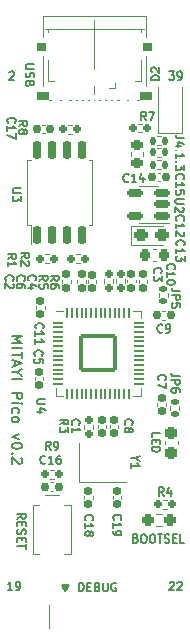
<source format=gbr>
G04 #@! TF.GenerationSoftware,KiCad,Pcbnew,(5.99.0-11673-ga90656900a)*
G04 #@! TF.CreationDate,2021-08-26T12:12:16+05:30*
G04 #@! TF.ProjectId,Mitayi-Pico-RP2040,4d697461-7969-42d5-9069-636f2d525032,0.1*
G04 #@! TF.SameCoordinates,Original*
G04 #@! TF.FileFunction,Legend,Top*
G04 #@! TF.FilePolarity,Positive*
%FSLAX46Y46*%
G04 Gerber Fmt 4.6, Leading zero omitted, Abs format (unit mm)*
G04 Created by KiCad (PCBNEW (5.99.0-11673-ga90656900a)) date 2021-08-26 12:12:16*
%MOMM*%
%LPD*%
G01*
G04 APERTURE LIST*
G04 Aperture macros list*
%AMRoundRect*
0 Rectangle with rounded corners*
0 $1 Rounding radius*
0 $2 $3 $4 $5 $6 $7 $8 $9 X,Y pos of 4 corners*
0 Add a 4 corners polygon primitive as box body*
4,1,4,$2,$3,$4,$5,$6,$7,$8,$9,$2,$3,0*
0 Add four circle primitives for the rounded corners*
1,1,$1+$1,$2,$3*
1,1,$1+$1,$4,$5*
1,1,$1+$1,$6,$7*
1,1,$1+$1,$8,$9*
0 Add four rect primitives between the rounded corners*
20,1,$1+$1,$2,$3,$4,$5,0*
20,1,$1+$1,$4,$5,$6,$7,0*
20,1,$1+$1,$6,$7,$8,$9,0*
20,1,$1+$1,$8,$9,$2,$3,0*%
G04 Aperture macros list end*
%ADD10C,0.150000*%
%ADD11C,0.200000*%
%ADD12C,0.120000*%
%ADD13C,0.100000*%
%ADD14C,0.020000*%
%ADD15RoundRect,0.135000X-0.185000X0.135000X-0.185000X-0.135000X0.185000X-0.135000X0.185000X0.135000X0*%
%ADD16RoundRect,0.237500X0.237500X-0.300000X0.237500X0.300000X-0.237500X0.300000X-0.237500X-0.300000X0*%
%ADD17RoundRect,0.155000X-0.155000X0.212500X-0.155000X-0.212500X0.155000X-0.212500X0.155000X0.212500X0*%
%ADD18RoundRect,0.155000X0.155000X-0.212500X0.155000X0.212500X-0.155000X0.212500X-0.155000X-0.212500X0*%
%ADD19RoundRect,0.237500X-0.250000X-0.237500X0.250000X-0.237500X0.250000X0.237500X-0.250000X0.237500X0*%
%ADD20RoundRect,0.135000X0.135000X0.185000X-0.135000X0.185000X-0.135000X-0.185000X0.135000X-0.185000X0*%
%ADD21RoundRect,0.225000X0.250000X-0.225000X0.250000X0.225000X-0.250000X0.225000X-0.250000X-0.225000X0*%
%ADD22RoundRect,0.155000X0.212500X0.155000X-0.212500X0.155000X-0.212500X-0.155000X0.212500X-0.155000X0*%
%ADD23RoundRect,0.160000X-0.197500X-0.160000X0.197500X-0.160000X0.197500X0.160000X-0.197500X0.160000X0*%
%ADD24RoundRect,0.160000X0.197500X0.160000X-0.197500X0.160000X-0.197500X-0.160000X0.197500X-0.160000X0*%
%ADD25C,1.500000*%
%ADD26RoundRect,0.160000X-0.160000X0.197500X-0.160000X-0.197500X0.160000X-0.197500X0.160000X0.197500X0*%
%ADD27RoundRect,0.155000X-0.212500X-0.155000X0.212500X-0.155000X0.212500X0.155000X-0.212500X0.155000X0*%
%ADD28R,1.400000X1.200000*%
%ADD29RoundRect,0.050000X-0.387500X-0.050000X0.387500X-0.050000X0.387500X0.050000X-0.387500X0.050000X0*%
%ADD30RoundRect,0.050000X-0.050000X-0.387500X0.050000X-0.387500X0.050000X0.387500X-0.050000X0.387500X0*%
%ADD31RoundRect,0.144000X-1.456000X-1.456000X1.456000X-1.456000X1.456000X1.456000X-1.456000X1.456000X0*%
%ADD32RoundRect,0.150000X0.150000X-0.650000X0.150000X0.650000X-0.150000X0.650000X-0.150000X-0.650000X0*%
%ADD33RoundRect,0.135000X-0.135000X-0.185000X0.135000X-0.185000X0.135000X0.185000X-0.135000X0.185000X0*%
%ADD34O,1.600000X1.700000*%
%ADD35R,1.600000X3.200000*%
%ADD36RoundRect,0.225000X-0.225000X-0.250000X0.225000X-0.250000X0.225000X0.250000X-0.225000X0.250000X0*%
%ADD37C,0.670000*%
%ADD38R,0.300000X1.450000*%
%ADD39RoundRect,0.500000X0.000000X0.300000X0.000000X0.300000X0.000000X-0.300000X0.000000X-0.300000X0*%
%ADD40R,1.100000X1.100000*%
%ADD41R,0.400000X1.350000*%
%ADD42R,1.500000X1.900000*%
%ADD43O,1.200000X1.900000*%
%ADD44C,1.450000*%
%ADD45R,1.200000X1.900000*%
%ADD46R,1.700000X1.150000*%
%ADD47R,3.200000X1.600000*%
%ADD48O,1.700000X1.600000*%
%ADD49RoundRect,0.250000X-0.312500X-0.275000X0.312500X-0.275000X0.312500X0.275000X-0.312500X0.275000X0*%
%ADD50RoundRect,0.150000X0.512500X0.150000X-0.512500X0.150000X-0.512500X-0.150000X0.512500X-0.150000X0*%
G04 APERTURE END LIST*
D10*
X153016666Y-108050000D02*
X153116666Y-108083333D01*
X153150000Y-108116666D01*
X153183333Y-108183333D01*
X153183333Y-108283333D01*
X153150000Y-108350000D01*
X153116666Y-108383333D01*
X153050000Y-108416666D01*
X152783333Y-108416666D01*
X152783333Y-107716666D01*
X153016666Y-107716666D01*
X153083333Y-107750000D01*
X153116666Y-107783333D01*
X153150000Y-107850000D01*
X153150000Y-107916666D01*
X153116666Y-107983333D01*
X153083333Y-108016666D01*
X153016666Y-108050000D01*
X152783333Y-108050000D01*
X153616666Y-107716666D02*
X153750000Y-107716666D01*
X153816666Y-107750000D01*
X153883333Y-107816666D01*
X153916666Y-107950000D01*
X153916666Y-108183333D01*
X153883333Y-108316666D01*
X153816666Y-108383333D01*
X153750000Y-108416666D01*
X153616666Y-108416666D01*
X153550000Y-108383333D01*
X153483333Y-108316666D01*
X153450000Y-108183333D01*
X153450000Y-107950000D01*
X153483333Y-107816666D01*
X153550000Y-107750000D01*
X153616666Y-107716666D01*
X154350000Y-107716666D02*
X154483333Y-107716666D01*
X154550000Y-107750000D01*
X154616666Y-107816666D01*
X154650000Y-107950000D01*
X154650000Y-108183333D01*
X154616666Y-108316666D01*
X154550000Y-108383333D01*
X154483333Y-108416666D01*
X154350000Y-108416666D01*
X154283333Y-108383333D01*
X154216666Y-108316666D01*
X154183333Y-108183333D01*
X154183333Y-107950000D01*
X154216666Y-107816666D01*
X154283333Y-107750000D01*
X154350000Y-107716666D01*
X154850000Y-107716666D02*
X155250000Y-107716666D01*
X155050000Y-108416666D02*
X155050000Y-107716666D01*
X155450000Y-108383333D02*
X155550000Y-108416666D01*
X155716666Y-108416666D01*
X155783333Y-108383333D01*
X155816666Y-108350000D01*
X155850000Y-108283333D01*
X155850000Y-108216666D01*
X155816666Y-108150000D01*
X155783333Y-108116666D01*
X155716666Y-108083333D01*
X155583333Y-108050000D01*
X155516666Y-108016666D01*
X155483333Y-107983333D01*
X155450000Y-107916666D01*
X155450000Y-107850000D01*
X155483333Y-107783333D01*
X155516666Y-107750000D01*
X155583333Y-107716666D01*
X155750000Y-107716666D01*
X155850000Y-107750000D01*
X156150000Y-108050000D02*
X156383333Y-108050000D01*
X156483333Y-108416666D02*
X156150000Y-108416666D01*
X156150000Y-107716666D01*
X156483333Y-107716666D01*
X157116666Y-108416666D02*
X156783333Y-108416666D01*
X156783333Y-107716666D01*
X157083333Y-74166666D02*
X156583333Y-74166666D01*
X156483333Y-74133333D01*
X156416666Y-74066666D01*
X156383333Y-73966666D01*
X156383333Y-73900000D01*
X156850000Y-74800000D02*
X156383333Y-74800000D01*
X157116666Y-74633333D02*
X156616666Y-74466666D01*
X156616666Y-74900000D01*
X156450000Y-75166666D02*
X156416666Y-75200000D01*
X156383333Y-75166666D01*
X156416666Y-75133333D01*
X156450000Y-75166666D01*
X156383333Y-75166666D01*
X156383333Y-75866666D02*
X156383333Y-75466666D01*
X156383333Y-75666666D02*
X157083333Y-75666666D01*
X156983333Y-75600000D01*
X156916666Y-75533333D01*
X156883333Y-75466666D01*
X156450000Y-76166666D02*
X156416666Y-76200000D01*
X156383333Y-76166666D01*
X156416666Y-76133333D01*
X156450000Y-76166666D01*
X156383333Y-76166666D01*
X157083333Y-76433333D02*
X157083333Y-76866666D01*
X156816666Y-76633333D01*
X156816666Y-76733333D01*
X156783333Y-76800000D01*
X156750000Y-76833333D01*
X156683333Y-76866666D01*
X156516666Y-76866666D01*
X156450000Y-76833333D01*
X156416666Y-76800000D01*
X156383333Y-76733333D01*
X156383333Y-76533333D01*
X156416666Y-76466666D01*
X156450000Y-76433333D01*
X155833333Y-68516666D02*
X156266666Y-68516666D01*
X156033333Y-68783333D01*
X156133333Y-68783333D01*
X156200000Y-68816666D01*
X156233333Y-68850000D01*
X156266666Y-68916666D01*
X156266666Y-69083333D01*
X156233333Y-69150000D01*
X156200000Y-69183333D01*
X156133333Y-69216666D01*
X155933333Y-69216666D01*
X155866666Y-69183333D01*
X155833333Y-69150000D01*
X156600000Y-69216666D02*
X156733333Y-69216666D01*
X156800000Y-69183333D01*
X156833333Y-69150000D01*
X156900000Y-69050000D01*
X156933333Y-68916666D01*
X156933333Y-68650000D01*
X156900000Y-68583333D01*
X156866666Y-68550000D01*
X156800000Y-68516666D01*
X156666666Y-68516666D01*
X156600000Y-68550000D01*
X156566666Y-68583333D01*
X156533333Y-68650000D01*
X156533333Y-68816666D01*
X156566666Y-68883333D01*
X156600000Y-68916666D01*
X156666666Y-68950000D01*
X156800000Y-68950000D01*
X156866666Y-68916666D01*
X156900000Y-68883333D01*
X156933333Y-68816666D01*
D11*
X142492857Y-90900000D02*
X143392857Y-90900000D01*
X142750000Y-91200000D01*
X143392857Y-91500000D01*
X142492857Y-91500000D01*
X142492857Y-91928571D02*
X143392857Y-91928571D01*
X143392857Y-92228571D02*
X143392857Y-92742857D01*
X142492857Y-92485714D02*
X143392857Y-92485714D01*
X142750000Y-93000000D02*
X142750000Y-93428571D01*
X142492857Y-92914285D02*
X143392857Y-93214285D01*
X142492857Y-93514285D01*
X142921428Y-93985714D02*
X142492857Y-93985714D01*
X143392857Y-93685714D02*
X142921428Y-93985714D01*
X143392857Y-94285714D01*
X142492857Y-94585714D02*
X143392857Y-94585714D01*
X142492857Y-95700000D02*
X143392857Y-95700000D01*
X143392857Y-96042857D01*
X143350000Y-96128571D01*
X143307142Y-96171428D01*
X143221428Y-96214285D01*
X143092857Y-96214285D01*
X143007142Y-96171428D01*
X142964285Y-96128571D01*
X142921428Y-96042857D01*
X142921428Y-95700000D01*
X142492857Y-96600000D02*
X143092857Y-96600000D01*
X143392857Y-96600000D02*
X143350000Y-96557142D01*
X143307142Y-96600000D01*
X143350000Y-96642857D01*
X143392857Y-96600000D01*
X143307142Y-96600000D01*
X142535714Y-97414285D02*
X142492857Y-97328571D01*
X142492857Y-97157142D01*
X142535714Y-97071428D01*
X142578571Y-97028571D01*
X142664285Y-96985714D01*
X142921428Y-96985714D01*
X143007142Y-97028571D01*
X143050000Y-97071428D01*
X143092857Y-97157142D01*
X143092857Y-97328571D01*
X143050000Y-97414285D01*
X142492857Y-97928571D02*
X142535714Y-97842857D01*
X142578571Y-97800000D01*
X142664285Y-97757142D01*
X142921428Y-97757142D01*
X143007142Y-97800000D01*
X143050000Y-97842857D01*
X143092857Y-97928571D01*
X143092857Y-98057142D01*
X143050000Y-98142857D01*
X143007142Y-98185714D01*
X142921428Y-98228571D01*
X142664285Y-98228571D01*
X142578571Y-98185714D01*
X142535714Y-98142857D01*
X142492857Y-98057142D01*
X142492857Y-97928571D01*
X143092857Y-99214285D02*
X142492857Y-99428571D01*
X143092857Y-99642857D01*
X143392857Y-100157142D02*
X143392857Y-100242857D01*
X143350000Y-100328571D01*
X143307142Y-100371428D01*
X143221428Y-100414285D01*
X143050000Y-100457142D01*
X142835714Y-100457142D01*
X142664285Y-100414285D01*
X142578571Y-100371428D01*
X142535714Y-100328571D01*
X142492857Y-100242857D01*
X142492857Y-100157142D01*
X142535714Y-100071428D01*
X142578571Y-100028571D01*
X142664285Y-99985714D01*
X142835714Y-99942857D01*
X143050000Y-99942857D01*
X143221428Y-99985714D01*
X143307142Y-100028571D01*
X143350000Y-100071428D01*
X143392857Y-100157142D01*
X142578571Y-100842857D02*
X142535714Y-100885714D01*
X142492857Y-100842857D01*
X142535714Y-100800000D01*
X142578571Y-100842857D01*
X142492857Y-100842857D01*
X143307142Y-101228571D02*
X143350000Y-101271428D01*
X143392857Y-101357142D01*
X143392857Y-101571428D01*
X143350000Y-101657142D01*
X143307142Y-101700000D01*
X143221428Y-101742857D01*
X143135714Y-101742857D01*
X143007142Y-101700000D01*
X142492857Y-101185714D01*
X142492857Y-101742857D01*
D10*
X155866666Y-111783333D02*
X155900000Y-111750000D01*
X155966666Y-111716666D01*
X156133333Y-111716666D01*
X156200000Y-111750000D01*
X156233333Y-111783333D01*
X156266666Y-111850000D01*
X156266666Y-111916666D01*
X156233333Y-112016666D01*
X155833333Y-112416666D01*
X156266666Y-112416666D01*
X156533333Y-111783333D02*
X156566666Y-111750000D01*
X156633333Y-111716666D01*
X156800000Y-111716666D01*
X156866666Y-111750000D01*
X156900000Y-111783333D01*
X156933333Y-111850000D01*
X156933333Y-111916666D01*
X156900000Y-112016666D01*
X156500000Y-112416666D01*
X156933333Y-112416666D01*
X142300000Y-68583333D02*
X142333333Y-68550000D01*
X142400000Y-68516666D01*
X142566666Y-68516666D01*
X142633333Y-68550000D01*
X142666666Y-68583333D01*
X142700000Y-68650000D01*
X142700000Y-68716666D01*
X142666666Y-68816666D01*
X142266666Y-69216666D01*
X142700000Y-69216666D01*
X142566666Y-112416666D02*
X142166666Y-112416666D01*
X142366666Y-112416666D02*
X142366666Y-111716666D01*
X142300000Y-111816666D01*
X142233333Y-111883333D01*
X142166666Y-111916666D01*
X142900000Y-112416666D02*
X143033333Y-112416666D01*
X143100000Y-112383333D01*
X143133333Y-112350000D01*
X143200000Y-112250000D01*
X143233333Y-112116666D01*
X143233333Y-111850000D01*
X143200000Y-111783333D01*
X143166666Y-111750000D01*
X143100000Y-111716666D01*
X142966666Y-111716666D01*
X142900000Y-111750000D01*
X142866666Y-111783333D01*
X142833333Y-111850000D01*
X142833333Y-112016666D01*
X142866666Y-112083333D01*
X142900000Y-112116666D01*
X142966666Y-112150000D01*
X143100000Y-112150000D01*
X143166666Y-112116666D01*
X143200000Y-112083333D01*
X143233333Y-112016666D01*
X144383333Y-67916666D02*
X143816666Y-67916666D01*
X143750000Y-67950000D01*
X143716666Y-67983333D01*
X143683333Y-68050000D01*
X143683333Y-68183333D01*
X143716666Y-68250000D01*
X143750000Y-68283333D01*
X143816666Y-68316666D01*
X144383333Y-68316666D01*
X143716666Y-68616666D02*
X143683333Y-68716666D01*
X143683333Y-68883333D01*
X143716666Y-68950000D01*
X143750000Y-68983333D01*
X143816666Y-69016666D01*
X143883333Y-69016666D01*
X143950000Y-68983333D01*
X143983333Y-68950000D01*
X144016666Y-68883333D01*
X144050000Y-68750000D01*
X144083333Y-68683333D01*
X144116666Y-68650000D01*
X144183333Y-68616666D01*
X144250000Y-68616666D01*
X144316666Y-68650000D01*
X144350000Y-68683333D01*
X144383333Y-68750000D01*
X144383333Y-68916666D01*
X144350000Y-69016666D01*
X144050000Y-69550000D02*
X144016666Y-69650000D01*
X143983333Y-69683333D01*
X143916666Y-69716666D01*
X143816666Y-69716666D01*
X143750000Y-69683333D01*
X143716666Y-69650000D01*
X143683333Y-69583333D01*
X143683333Y-69316666D01*
X144383333Y-69316666D01*
X144383333Y-69550000D01*
X144350000Y-69616666D01*
X144316666Y-69650000D01*
X144250000Y-69683333D01*
X144183333Y-69683333D01*
X144116666Y-69650000D01*
X144083333Y-69616666D01*
X144050000Y-69550000D01*
X144050000Y-69316666D01*
X154383333Y-99450000D02*
X154383333Y-99116666D01*
X155083333Y-99116666D01*
X154750000Y-99683333D02*
X154750000Y-99916666D01*
X154383333Y-100016666D02*
X154383333Y-99683333D01*
X155083333Y-99683333D01*
X155083333Y-100016666D01*
X154383333Y-100316666D02*
X155083333Y-100316666D01*
X155083333Y-100483333D01*
X155050000Y-100583333D01*
X154983333Y-100650000D01*
X154916666Y-100683333D01*
X154783333Y-100716666D01*
X154683333Y-100716666D01*
X154550000Y-100683333D01*
X154483333Y-100650000D01*
X154416666Y-100583333D01*
X154383333Y-100483333D01*
X154383333Y-100316666D01*
X147316666Y-112016666D02*
X147316666Y-111983333D01*
X147283333Y-112083333D02*
X147283333Y-111983333D01*
X147250000Y-112150000D02*
X147250000Y-111983333D01*
X147216666Y-112216666D02*
X147216666Y-111983333D01*
X147183333Y-112250000D02*
X147183333Y-111983333D01*
X147150000Y-112316666D02*
X147150000Y-111983333D01*
X147116666Y-112383333D02*
X147116666Y-111983333D01*
X147083333Y-112450000D02*
X147083333Y-111983333D01*
X147050000Y-112516666D02*
X147050000Y-111983333D01*
X147016666Y-112450000D02*
X147016666Y-111983333D01*
X146983333Y-112383333D02*
X146983333Y-111983333D01*
X146950000Y-112316666D02*
X146950000Y-111983333D01*
X146916666Y-112250000D02*
X146916666Y-111983333D01*
X146883333Y-112216666D02*
X146883333Y-111983333D01*
X146850000Y-112150000D02*
X146850000Y-111983333D01*
X146816666Y-112083333D02*
X146816666Y-111983333D01*
X146783333Y-111983333D02*
X147050000Y-112483333D01*
X147316666Y-111983333D01*
X146783333Y-112016666D02*
X146783333Y-111983333D01*
X147050000Y-112516666D02*
X146750000Y-111983333D01*
X147350000Y-111983333D01*
X147050000Y-112516666D01*
X148183333Y-112516666D02*
X148183333Y-111816666D01*
X148350000Y-111816666D01*
X148450000Y-111850000D01*
X148516666Y-111916666D01*
X148550000Y-111983333D01*
X148583333Y-112116666D01*
X148583333Y-112216666D01*
X148550000Y-112350000D01*
X148516666Y-112416666D01*
X148450000Y-112483333D01*
X148350000Y-112516666D01*
X148183333Y-112516666D01*
X148883333Y-112150000D02*
X149116666Y-112150000D01*
X149216666Y-112516666D02*
X148883333Y-112516666D01*
X148883333Y-111816666D01*
X149216666Y-111816666D01*
X149750000Y-112150000D02*
X149850000Y-112183333D01*
X149883333Y-112216666D01*
X149916666Y-112283333D01*
X149916666Y-112383333D01*
X149883333Y-112450000D01*
X149850000Y-112483333D01*
X149783333Y-112516666D01*
X149516666Y-112516666D01*
X149516666Y-111816666D01*
X149750000Y-111816666D01*
X149816666Y-111850000D01*
X149850000Y-111883333D01*
X149883333Y-111950000D01*
X149883333Y-112016666D01*
X149850000Y-112083333D01*
X149816666Y-112116666D01*
X149750000Y-112150000D01*
X149516666Y-112150000D01*
X150216666Y-111816666D02*
X150216666Y-112383333D01*
X150250000Y-112450000D01*
X150283333Y-112483333D01*
X150350000Y-112516666D01*
X150483333Y-112516666D01*
X150550000Y-112483333D01*
X150583333Y-112450000D01*
X150616666Y-112383333D01*
X150616666Y-111816666D01*
X151316666Y-111850000D02*
X151250000Y-111816666D01*
X151150000Y-111816666D01*
X151050000Y-111850000D01*
X150983333Y-111916666D01*
X150950000Y-111983333D01*
X150916666Y-112116666D01*
X150916666Y-112216666D01*
X150950000Y-112350000D01*
X150983333Y-112416666D01*
X151050000Y-112483333D01*
X151150000Y-112516666D01*
X151216666Y-112516666D01*
X151316666Y-112483333D01*
X151350000Y-112450000D01*
X151350000Y-112216666D01*
X151216666Y-112216666D01*
X142983333Y-106383333D02*
X143316666Y-106150000D01*
X142983333Y-105983333D02*
X143683333Y-105983333D01*
X143683333Y-106250000D01*
X143650000Y-106316666D01*
X143616666Y-106350000D01*
X143550000Y-106383333D01*
X143450000Y-106383333D01*
X143383333Y-106350000D01*
X143350000Y-106316666D01*
X143316666Y-106250000D01*
X143316666Y-105983333D01*
X143350000Y-106683333D02*
X143350000Y-106916666D01*
X142983333Y-107016666D02*
X142983333Y-106683333D01*
X143683333Y-106683333D01*
X143683333Y-107016666D01*
X143016666Y-107283333D02*
X142983333Y-107383333D01*
X142983333Y-107550000D01*
X143016666Y-107616666D01*
X143050000Y-107650000D01*
X143116666Y-107683333D01*
X143183333Y-107683333D01*
X143250000Y-107650000D01*
X143283333Y-107616666D01*
X143316666Y-107550000D01*
X143350000Y-107416666D01*
X143383333Y-107350000D01*
X143416666Y-107316666D01*
X143483333Y-107283333D01*
X143550000Y-107283333D01*
X143616666Y-107316666D01*
X143650000Y-107350000D01*
X143683333Y-107416666D01*
X143683333Y-107583333D01*
X143650000Y-107683333D01*
X143350000Y-107983333D02*
X143350000Y-108216666D01*
X142983333Y-108316666D02*
X142983333Y-107983333D01*
X143683333Y-107983333D01*
X143683333Y-108316666D01*
X143683333Y-108516666D02*
X143683333Y-108916666D01*
X142983333Y-108716666D02*
X143683333Y-108716666D01*
X156713333Y-94306666D02*
X156213333Y-94306666D01*
X156113333Y-94273333D01*
X156046666Y-94206666D01*
X156013333Y-94106666D01*
X156013333Y-94040000D01*
X156013333Y-94640000D02*
X156713333Y-94640000D01*
X156713333Y-94906666D01*
X156680000Y-94973333D01*
X156646666Y-95006666D01*
X156580000Y-95040000D01*
X156480000Y-95040000D01*
X156413333Y-95006666D01*
X156380000Y-94973333D01*
X156346666Y-94906666D01*
X156346666Y-94640000D01*
X156713333Y-95640000D02*
X156713333Y-95506666D01*
X156680000Y-95440000D01*
X156646666Y-95406666D01*
X156546666Y-95340000D01*
X156413333Y-95306666D01*
X156146666Y-95306666D01*
X156080000Y-95340000D01*
X156046666Y-95373333D01*
X156013333Y-95440000D01*
X156013333Y-95573333D01*
X156046666Y-95640000D01*
X156080000Y-95673333D01*
X156146666Y-95706666D01*
X156313333Y-95706666D01*
X156380000Y-95673333D01*
X156413333Y-95640000D01*
X156446666Y-95573333D01*
X156446666Y-95440000D01*
X156413333Y-95373333D01*
X156380000Y-95340000D01*
X156313333Y-95306666D01*
X148770000Y-106500000D02*
X148736666Y-106466666D01*
X148703333Y-106366666D01*
X148703333Y-106300000D01*
X148736666Y-106200000D01*
X148803333Y-106133333D01*
X148870000Y-106100000D01*
X149003333Y-106066666D01*
X149103333Y-106066666D01*
X149236666Y-106100000D01*
X149303333Y-106133333D01*
X149370000Y-106200000D01*
X149403333Y-106300000D01*
X149403333Y-106366666D01*
X149370000Y-106466666D01*
X149336666Y-106500000D01*
X148703333Y-107166666D02*
X148703333Y-106766666D01*
X148703333Y-106966666D02*
X149403333Y-106966666D01*
X149303333Y-106900000D01*
X149236666Y-106833333D01*
X149203333Y-106766666D01*
X149103333Y-107566666D02*
X149136666Y-107500000D01*
X149170000Y-107466666D01*
X149236666Y-107433333D01*
X149270000Y-107433333D01*
X149336666Y-107466666D01*
X149370000Y-107500000D01*
X149403333Y-107566666D01*
X149403333Y-107700000D01*
X149370000Y-107766666D01*
X149336666Y-107800000D01*
X149270000Y-107833333D01*
X149236666Y-107833333D01*
X149170000Y-107800000D01*
X149136666Y-107766666D01*
X149103333Y-107700000D01*
X149103333Y-107566666D01*
X149070000Y-107500000D01*
X149036666Y-107466666D01*
X148970000Y-107433333D01*
X148836666Y-107433333D01*
X148770000Y-107466666D01*
X148736666Y-107500000D01*
X148703333Y-107566666D01*
X148703333Y-107700000D01*
X148736666Y-107766666D01*
X148770000Y-107800000D01*
X148836666Y-107833333D01*
X148970000Y-107833333D01*
X149036666Y-107800000D01*
X149070000Y-107766666D01*
X149103333Y-107700000D01*
X144580000Y-90260000D02*
X144546666Y-90226666D01*
X144513333Y-90126666D01*
X144513333Y-90060000D01*
X144546666Y-89960000D01*
X144613333Y-89893333D01*
X144680000Y-89860000D01*
X144813333Y-89826666D01*
X144913333Y-89826666D01*
X145046666Y-89860000D01*
X145113333Y-89893333D01*
X145180000Y-89960000D01*
X145213333Y-90060000D01*
X145213333Y-90126666D01*
X145180000Y-90226666D01*
X145146666Y-90260000D01*
X144513333Y-90926666D02*
X144513333Y-90526666D01*
X144513333Y-90726666D02*
X145213333Y-90726666D01*
X145113333Y-90660000D01*
X145046666Y-90593333D01*
X145013333Y-90526666D01*
X144513333Y-91593333D02*
X144513333Y-91193333D01*
X144513333Y-91393333D02*
X145213333Y-91393333D01*
X145113333Y-91326666D01*
X145046666Y-91260000D01*
X145013333Y-91193333D01*
X152390000Y-77810000D02*
X152356666Y-77843333D01*
X152256666Y-77876666D01*
X152190000Y-77876666D01*
X152090000Y-77843333D01*
X152023333Y-77776666D01*
X151990000Y-77710000D01*
X151956666Y-77576666D01*
X151956666Y-77476666D01*
X151990000Y-77343333D01*
X152023333Y-77276666D01*
X152090000Y-77210000D01*
X152190000Y-77176666D01*
X152256666Y-77176666D01*
X152356666Y-77210000D01*
X152390000Y-77243333D01*
X153056666Y-77876666D02*
X152656666Y-77876666D01*
X152856666Y-77876666D02*
X152856666Y-77176666D01*
X152790000Y-77276666D01*
X152723333Y-77343333D01*
X152656666Y-77376666D01*
X153656666Y-77410000D02*
X153656666Y-77876666D01*
X153490000Y-77143333D02*
X153323333Y-77643333D01*
X153756666Y-77643333D01*
X144490000Y-92563333D02*
X144456666Y-92530000D01*
X144423333Y-92430000D01*
X144423333Y-92363333D01*
X144456666Y-92263333D01*
X144523333Y-92196666D01*
X144590000Y-92163333D01*
X144723333Y-92130000D01*
X144823333Y-92130000D01*
X144956666Y-92163333D01*
X145023333Y-92196666D01*
X145090000Y-92263333D01*
X145123333Y-92363333D01*
X145123333Y-92430000D01*
X145090000Y-92530000D01*
X145056666Y-92563333D01*
X145123333Y-93196666D02*
X145123333Y-92863333D01*
X144790000Y-92830000D01*
X144823333Y-92863333D01*
X144856666Y-92930000D01*
X144856666Y-93096666D01*
X144823333Y-93163333D01*
X144790000Y-93196666D01*
X144723333Y-93230000D01*
X144556666Y-93230000D01*
X144490000Y-93196666D01*
X144456666Y-93163333D01*
X144423333Y-93096666D01*
X144423333Y-92930000D01*
X144456666Y-92863333D01*
X144490000Y-92830000D01*
X155705000Y-85230000D02*
X155671666Y-85196666D01*
X155638333Y-85096666D01*
X155638333Y-85030000D01*
X155671666Y-84930000D01*
X155738333Y-84863333D01*
X155805000Y-84830000D01*
X155938333Y-84796666D01*
X156038333Y-84796666D01*
X156171666Y-84830000D01*
X156238333Y-84863333D01*
X156305000Y-84930000D01*
X156338333Y-85030000D01*
X156338333Y-85096666D01*
X156305000Y-85196666D01*
X156271666Y-85230000D01*
X155638333Y-85896666D02*
X155638333Y-85496666D01*
X155638333Y-85696666D02*
X156338333Y-85696666D01*
X156238333Y-85630000D01*
X156171666Y-85563333D01*
X156138333Y-85496666D01*
X156338333Y-86330000D02*
X156338333Y-86396666D01*
X156305000Y-86463333D01*
X156271666Y-86496666D01*
X156205000Y-86530000D01*
X156071666Y-86563333D01*
X155905000Y-86563333D01*
X155771666Y-86530000D01*
X155705000Y-86496666D01*
X155671666Y-86463333D01*
X155638333Y-86396666D01*
X155638333Y-86330000D01*
X155671666Y-86263333D01*
X155705000Y-86230000D01*
X155771666Y-86196666D01*
X155905000Y-86163333D01*
X156071666Y-86163333D01*
X156205000Y-86196666D01*
X156271666Y-86230000D01*
X156305000Y-86263333D01*
X156338333Y-86330000D01*
X145360000Y-101670000D02*
X145326666Y-101703333D01*
X145226666Y-101736666D01*
X145160000Y-101736666D01*
X145060000Y-101703333D01*
X144993333Y-101636666D01*
X144960000Y-101570000D01*
X144926666Y-101436666D01*
X144926666Y-101336666D01*
X144960000Y-101203333D01*
X144993333Y-101136666D01*
X145060000Y-101070000D01*
X145160000Y-101036666D01*
X145226666Y-101036666D01*
X145326666Y-101070000D01*
X145360000Y-101103333D01*
X146026666Y-101736666D02*
X145626666Y-101736666D01*
X145826666Y-101736666D02*
X145826666Y-101036666D01*
X145760000Y-101136666D01*
X145693333Y-101203333D01*
X145626666Y-101236666D01*
X146626666Y-101036666D02*
X146493333Y-101036666D01*
X146426666Y-101070000D01*
X146393333Y-101103333D01*
X146326666Y-101203333D01*
X146293333Y-101336666D01*
X146293333Y-101603333D01*
X146326666Y-101670000D01*
X146360000Y-101703333D01*
X146426666Y-101736666D01*
X146560000Y-101736666D01*
X146626666Y-101703333D01*
X146660000Y-101670000D01*
X146693333Y-101603333D01*
X146693333Y-101436666D01*
X146660000Y-101370000D01*
X146626666Y-101336666D01*
X146560000Y-101303333D01*
X146426666Y-101303333D01*
X146360000Y-101336666D01*
X146326666Y-101370000D01*
X146293333Y-101436666D01*
X143283333Y-84283333D02*
X143616666Y-84050000D01*
X143283333Y-83883333D02*
X143983333Y-83883333D01*
X143983333Y-84150000D01*
X143950000Y-84216666D01*
X143916666Y-84250000D01*
X143850000Y-84283333D01*
X143750000Y-84283333D01*
X143683333Y-84250000D01*
X143650000Y-84216666D01*
X143616666Y-84150000D01*
X143616666Y-83883333D01*
X143916666Y-84550000D02*
X143950000Y-84583333D01*
X143983333Y-84650000D01*
X143983333Y-84816666D01*
X143950000Y-84883333D01*
X143916666Y-84916666D01*
X143850000Y-84950000D01*
X143783333Y-84950000D01*
X143683333Y-84916666D01*
X143283333Y-84516666D01*
X143283333Y-84950000D01*
X155353333Y-104426666D02*
X155120000Y-104093333D01*
X154953333Y-104426666D02*
X154953333Y-103726666D01*
X155220000Y-103726666D01*
X155286666Y-103760000D01*
X155320000Y-103793333D01*
X155353333Y-103860000D01*
X155353333Y-103960000D01*
X155320000Y-104026666D01*
X155286666Y-104060000D01*
X155220000Y-104093333D01*
X154953333Y-104093333D01*
X155953333Y-103960000D02*
X155953333Y-104426666D01*
X155786666Y-103693333D02*
X155620000Y-104193333D01*
X156053333Y-104193333D01*
X146593333Y-98403333D02*
X146926666Y-98170000D01*
X146593333Y-98003333D02*
X147293333Y-98003333D01*
X147293333Y-98270000D01*
X147260000Y-98336666D01*
X147226666Y-98370000D01*
X147160000Y-98403333D01*
X147060000Y-98403333D01*
X146993333Y-98370000D01*
X146960000Y-98336666D01*
X146926666Y-98270000D01*
X146926666Y-98003333D01*
X147293333Y-98636666D02*
X147293333Y-99070000D01*
X147026666Y-98836666D01*
X147026666Y-98936666D01*
X146993333Y-99003333D01*
X146960000Y-99036666D01*
X146893333Y-99070000D01*
X146726666Y-99070000D01*
X146660000Y-99036666D01*
X146626666Y-99003333D01*
X146593333Y-98936666D01*
X146593333Y-98736666D01*
X146626666Y-98670000D01*
X146660000Y-98636666D01*
X155263333Y-90560000D02*
X155230000Y-90593333D01*
X155130000Y-90626666D01*
X155063333Y-90626666D01*
X154963333Y-90593333D01*
X154896666Y-90526666D01*
X154863333Y-90460000D01*
X154830000Y-90326666D01*
X154830000Y-90226666D01*
X154863333Y-90093333D01*
X154896666Y-90026666D01*
X154963333Y-89960000D01*
X155063333Y-89926666D01*
X155130000Y-89926666D01*
X155230000Y-89960000D01*
X155263333Y-89993333D01*
X155596666Y-90626666D02*
X155730000Y-90626666D01*
X155796666Y-90593333D01*
X155830000Y-90560000D01*
X155896666Y-90460000D01*
X155930000Y-90326666D01*
X155930000Y-90060000D01*
X155896666Y-89993333D01*
X155863333Y-89960000D01*
X155796666Y-89926666D01*
X155663333Y-89926666D01*
X155596666Y-89960000D01*
X155563333Y-89993333D01*
X155530000Y-90060000D01*
X155530000Y-90226666D01*
X155563333Y-90293333D01*
X155596666Y-90326666D01*
X155663333Y-90360000D01*
X155796666Y-90360000D01*
X155863333Y-90326666D01*
X155896666Y-90293333D01*
X155930000Y-90226666D01*
X152966666Y-101266666D02*
X152633333Y-101266666D01*
X153333333Y-101033333D02*
X152966666Y-101266666D01*
X153333333Y-101500000D01*
X152633333Y-102100000D02*
X152633333Y-101700000D01*
X152633333Y-101900000D02*
X153333333Y-101900000D01*
X153233333Y-101833333D01*
X153166666Y-101766666D01*
X153133333Y-101700000D01*
X145333333Y-96286666D02*
X144766666Y-96286666D01*
X144700000Y-96320000D01*
X144666666Y-96353333D01*
X144633333Y-96420000D01*
X144633333Y-96553333D01*
X144666666Y-96620000D01*
X144700000Y-96653333D01*
X144766666Y-96686666D01*
X145333333Y-96686666D01*
X145100000Y-97320000D02*
X144633333Y-97320000D01*
X145366666Y-97153333D02*
X144866666Y-96986666D01*
X144866666Y-97420000D01*
X144838333Y-86233333D02*
X145171666Y-86000000D01*
X144838333Y-85833333D02*
X145538333Y-85833333D01*
X145538333Y-86100000D01*
X145505000Y-86166666D01*
X145471666Y-86200000D01*
X145405000Y-86233333D01*
X145305000Y-86233333D01*
X145238333Y-86200000D01*
X145205000Y-86166666D01*
X145171666Y-86100000D01*
X145171666Y-85833333D01*
X145538333Y-86866666D02*
X145538333Y-86533333D01*
X145205000Y-86500000D01*
X145238333Y-86533333D01*
X145271666Y-86600000D01*
X145271666Y-86766666D01*
X145238333Y-86833333D01*
X145205000Y-86866666D01*
X145138333Y-86900000D01*
X144971666Y-86900000D01*
X144905000Y-86866666D01*
X144871666Y-86833333D01*
X144838333Y-86766666D01*
X144838333Y-86600000D01*
X144871666Y-86533333D01*
X144905000Y-86500000D01*
X142035000Y-86213333D02*
X142001666Y-86180000D01*
X141968333Y-86080000D01*
X141968333Y-86013333D01*
X142001666Y-85913333D01*
X142068333Y-85846666D01*
X142135000Y-85813333D01*
X142268333Y-85780000D01*
X142368333Y-85780000D01*
X142501666Y-85813333D01*
X142568333Y-85846666D01*
X142635000Y-85913333D01*
X142668333Y-86013333D01*
X142668333Y-86080000D01*
X142635000Y-86180000D01*
X142601666Y-86213333D01*
X142601666Y-86480000D02*
X142635000Y-86513333D01*
X142668333Y-86580000D01*
X142668333Y-86746666D01*
X142635000Y-86813333D01*
X142601666Y-86846666D01*
X142535000Y-86880000D01*
X142468333Y-86880000D01*
X142368333Y-86846666D01*
X141968333Y-86446666D01*
X141968333Y-86880000D01*
X147640000Y-98413333D02*
X147606666Y-98380000D01*
X147573333Y-98280000D01*
X147573333Y-98213333D01*
X147606666Y-98113333D01*
X147673333Y-98046666D01*
X147740000Y-98013333D01*
X147873333Y-97980000D01*
X147973333Y-97980000D01*
X148106666Y-98013333D01*
X148173333Y-98046666D01*
X148240000Y-98113333D01*
X148273333Y-98213333D01*
X148273333Y-98280000D01*
X148240000Y-98380000D01*
X148206666Y-98413333D01*
X147573333Y-99080000D02*
X147573333Y-98680000D01*
X147573333Y-98880000D02*
X148273333Y-98880000D01*
X148173333Y-98813333D01*
X148106666Y-98746666D01*
X148073333Y-98680000D01*
X143283333Y-78416666D02*
X142716666Y-78416666D01*
X142650000Y-78450000D01*
X142616666Y-78483333D01*
X142583333Y-78550000D01*
X142583333Y-78683333D01*
X142616666Y-78750000D01*
X142650000Y-78783333D01*
X142716666Y-78816666D01*
X143283333Y-78816666D01*
X143283333Y-79083333D02*
X143283333Y-79516666D01*
X143016666Y-79283333D01*
X143016666Y-79383333D01*
X142983333Y-79450000D01*
X142950000Y-79483333D01*
X142883333Y-79516666D01*
X142716666Y-79516666D01*
X142650000Y-79483333D01*
X142616666Y-79450000D01*
X142583333Y-79383333D01*
X142583333Y-79183333D01*
X142616666Y-79116666D01*
X142650000Y-79083333D01*
X143940000Y-86208333D02*
X143906666Y-86175000D01*
X143873333Y-86075000D01*
X143873333Y-86008333D01*
X143906666Y-85908333D01*
X143973333Y-85841666D01*
X144040000Y-85808333D01*
X144173333Y-85775000D01*
X144273333Y-85775000D01*
X144406666Y-85808333D01*
X144473333Y-85841666D01*
X144540000Y-85908333D01*
X144573333Y-86008333D01*
X144573333Y-86075000D01*
X144540000Y-86175000D01*
X144506666Y-86208333D01*
X144340000Y-86808333D02*
X143873333Y-86808333D01*
X144606666Y-86641666D02*
X144106666Y-86475000D01*
X144106666Y-86908333D01*
X142183333Y-84353333D02*
X142516666Y-84120000D01*
X142183333Y-83953333D02*
X142883333Y-83953333D01*
X142883333Y-84220000D01*
X142850000Y-84286666D01*
X142816666Y-84320000D01*
X142750000Y-84353333D01*
X142650000Y-84353333D01*
X142583333Y-84320000D01*
X142550000Y-84286666D01*
X142516666Y-84220000D01*
X142516666Y-83953333D01*
X142183333Y-85020000D02*
X142183333Y-84620000D01*
X142183333Y-84820000D02*
X142883333Y-84820000D01*
X142783333Y-84753333D01*
X142716666Y-84686666D01*
X142683333Y-84620000D01*
X154580000Y-85573333D02*
X154546666Y-85540000D01*
X154513333Y-85440000D01*
X154513333Y-85373333D01*
X154546666Y-85273333D01*
X154613333Y-85206666D01*
X154680000Y-85173333D01*
X154813333Y-85140000D01*
X154913333Y-85140000D01*
X155046666Y-85173333D01*
X155113333Y-85206666D01*
X155180000Y-85273333D01*
X155213333Y-85373333D01*
X155213333Y-85440000D01*
X155180000Y-85540000D01*
X155146666Y-85573333D01*
X155213333Y-85806666D02*
X155213333Y-86240000D01*
X154946666Y-86006666D01*
X154946666Y-86106666D01*
X154913333Y-86173333D01*
X154880000Y-86206666D01*
X154813333Y-86240000D01*
X154646666Y-86240000D01*
X154580000Y-86206666D01*
X154546666Y-86173333D01*
X154513333Y-86106666D01*
X154513333Y-85906666D01*
X154546666Y-85840000D01*
X154580000Y-85806666D01*
X142210000Y-72860000D02*
X142176666Y-72826666D01*
X142143333Y-72726666D01*
X142143333Y-72660000D01*
X142176666Y-72560000D01*
X142243333Y-72493333D01*
X142310000Y-72460000D01*
X142443333Y-72426666D01*
X142543333Y-72426666D01*
X142676666Y-72460000D01*
X142743333Y-72493333D01*
X142810000Y-72560000D01*
X142843333Y-72660000D01*
X142843333Y-72726666D01*
X142810000Y-72826666D01*
X142776666Y-72860000D01*
X142143333Y-73526666D02*
X142143333Y-73126666D01*
X142143333Y-73326666D02*
X142843333Y-73326666D01*
X142743333Y-73260000D01*
X142676666Y-73193333D01*
X142643333Y-73126666D01*
X142843333Y-73760000D02*
X142843333Y-74226666D01*
X142143333Y-73926666D01*
X145793333Y-100546666D02*
X145560000Y-100213333D01*
X145393333Y-100546666D02*
X145393333Y-99846666D01*
X145660000Y-99846666D01*
X145726666Y-99880000D01*
X145760000Y-99913333D01*
X145793333Y-99980000D01*
X145793333Y-100080000D01*
X145760000Y-100146666D01*
X145726666Y-100180000D01*
X145660000Y-100213333D01*
X145393333Y-100213333D01*
X146126666Y-100546666D02*
X146260000Y-100546666D01*
X146326666Y-100513333D01*
X146360000Y-100480000D01*
X146426666Y-100380000D01*
X146460000Y-100246666D01*
X146460000Y-99980000D01*
X146426666Y-99913333D01*
X146393333Y-99880000D01*
X146326666Y-99846666D01*
X146193333Y-99846666D01*
X146126666Y-99880000D01*
X146093333Y-99913333D01*
X146060000Y-99980000D01*
X146060000Y-100146666D01*
X146093333Y-100213333D01*
X146126666Y-100246666D01*
X146193333Y-100280000D01*
X146326666Y-100280000D01*
X146393333Y-100246666D01*
X146426666Y-100213333D01*
X146460000Y-100146666D01*
X152120000Y-98413333D02*
X152086666Y-98380000D01*
X152053333Y-98280000D01*
X152053333Y-98213333D01*
X152086666Y-98113333D01*
X152153333Y-98046666D01*
X152220000Y-98013333D01*
X152353333Y-97980000D01*
X152453333Y-97980000D01*
X152586666Y-98013333D01*
X152653333Y-98046666D01*
X152720000Y-98113333D01*
X152753333Y-98213333D01*
X152753333Y-98280000D01*
X152720000Y-98380000D01*
X152686666Y-98413333D01*
X152453333Y-98813333D02*
X152486666Y-98746666D01*
X152520000Y-98713333D01*
X152586666Y-98680000D01*
X152620000Y-98680000D01*
X152686666Y-98713333D01*
X152720000Y-98746666D01*
X152753333Y-98813333D01*
X152753333Y-98946666D01*
X152720000Y-99013333D01*
X152686666Y-99046666D01*
X152620000Y-99080000D01*
X152586666Y-99080000D01*
X152520000Y-99046666D01*
X152486666Y-99013333D01*
X152453333Y-98946666D01*
X152453333Y-98813333D01*
X152420000Y-98746666D01*
X152386666Y-98713333D01*
X152320000Y-98680000D01*
X152186666Y-98680000D01*
X152120000Y-98713333D01*
X152086666Y-98746666D01*
X152053333Y-98813333D01*
X152053333Y-98946666D01*
X152086666Y-99013333D01*
X152120000Y-99046666D01*
X152186666Y-99080000D01*
X152320000Y-99080000D01*
X152386666Y-99046666D01*
X152420000Y-99013333D01*
X152453333Y-98946666D01*
X154940000Y-94623333D02*
X154906666Y-94590000D01*
X154873333Y-94490000D01*
X154873333Y-94423333D01*
X154906666Y-94323333D01*
X154973333Y-94256666D01*
X155040000Y-94223333D01*
X155173333Y-94190000D01*
X155273333Y-94190000D01*
X155406666Y-94223333D01*
X155473333Y-94256666D01*
X155540000Y-94323333D01*
X155573333Y-94423333D01*
X155573333Y-94490000D01*
X155540000Y-94590000D01*
X155506666Y-94623333D01*
X155573333Y-94856666D02*
X155573333Y-95323333D01*
X154873333Y-95023333D01*
X156500000Y-83240000D02*
X156466666Y-83206666D01*
X156433333Y-83106666D01*
X156433333Y-83040000D01*
X156466666Y-82940000D01*
X156533333Y-82873333D01*
X156600000Y-82840000D01*
X156733333Y-82806666D01*
X156833333Y-82806666D01*
X156966666Y-82840000D01*
X157033333Y-82873333D01*
X157100000Y-82940000D01*
X157133333Y-83040000D01*
X157133333Y-83106666D01*
X157100000Y-83206666D01*
X157066666Y-83240000D01*
X156433333Y-83906666D02*
X156433333Y-83506666D01*
X156433333Y-83706666D02*
X157133333Y-83706666D01*
X157033333Y-83640000D01*
X156966666Y-83573333D01*
X156933333Y-83506666D01*
X157133333Y-84140000D02*
X157133333Y-84573333D01*
X156866666Y-84340000D01*
X156866666Y-84440000D01*
X156833333Y-84506666D01*
X156800000Y-84540000D01*
X156733333Y-84573333D01*
X156566666Y-84573333D01*
X156500000Y-84540000D01*
X156466666Y-84506666D01*
X156433333Y-84440000D01*
X156433333Y-84240000D01*
X156466666Y-84173333D01*
X156500000Y-84140000D01*
X156450000Y-77620000D02*
X156416666Y-77586666D01*
X156383333Y-77486666D01*
X156383333Y-77420000D01*
X156416666Y-77320000D01*
X156483333Y-77253333D01*
X156550000Y-77220000D01*
X156683333Y-77186666D01*
X156783333Y-77186666D01*
X156916666Y-77220000D01*
X156983333Y-77253333D01*
X157050000Y-77320000D01*
X157083333Y-77420000D01*
X157083333Y-77486666D01*
X157050000Y-77586666D01*
X157016666Y-77620000D01*
X156383333Y-78286666D02*
X156383333Y-77886666D01*
X156383333Y-78086666D02*
X157083333Y-78086666D01*
X156983333Y-78020000D01*
X156916666Y-77953333D01*
X156883333Y-77886666D01*
X157083333Y-78920000D02*
X157083333Y-78586666D01*
X156750000Y-78553333D01*
X156783333Y-78586666D01*
X156816666Y-78653333D01*
X156816666Y-78820000D01*
X156783333Y-78886666D01*
X156750000Y-78920000D01*
X156683333Y-78953333D01*
X156516666Y-78953333D01*
X156450000Y-78920000D01*
X156416666Y-78886666D01*
X156383333Y-78820000D01*
X156383333Y-78653333D01*
X156416666Y-78586666D01*
X156450000Y-78553333D01*
X143113333Y-73133333D02*
X143446666Y-72900000D01*
X143113333Y-72733333D02*
X143813333Y-72733333D01*
X143813333Y-73000000D01*
X143780000Y-73066666D01*
X143746666Y-73100000D01*
X143680000Y-73133333D01*
X143580000Y-73133333D01*
X143513333Y-73100000D01*
X143480000Y-73066666D01*
X143446666Y-73000000D01*
X143446666Y-72733333D01*
X143513333Y-73533333D02*
X143546666Y-73466666D01*
X143580000Y-73433333D01*
X143646666Y-73400000D01*
X143680000Y-73400000D01*
X143746666Y-73433333D01*
X143780000Y-73466666D01*
X143813333Y-73533333D01*
X143813333Y-73666666D01*
X143780000Y-73733333D01*
X143746666Y-73766666D01*
X143680000Y-73800000D01*
X143646666Y-73800000D01*
X143580000Y-73766666D01*
X143546666Y-73733333D01*
X143513333Y-73666666D01*
X143513333Y-73533333D01*
X143480000Y-73466666D01*
X143446666Y-73433333D01*
X143380000Y-73400000D01*
X143246666Y-73400000D01*
X143180000Y-73433333D01*
X143146666Y-73466666D01*
X143113333Y-73533333D01*
X143113333Y-73666666D01*
X143146666Y-73733333D01*
X143180000Y-73766666D01*
X143246666Y-73800000D01*
X143380000Y-73800000D01*
X143446666Y-73766666D01*
X143480000Y-73733333D01*
X143513333Y-73666666D01*
X155011666Y-69243666D02*
X154311666Y-69243666D01*
X154311666Y-69077000D01*
X154345000Y-68977000D01*
X154411666Y-68910333D01*
X154478333Y-68877000D01*
X154611666Y-68843666D01*
X154711666Y-68843666D01*
X154845000Y-68877000D01*
X154911666Y-68910333D01*
X154978333Y-68977000D01*
X155011666Y-69077000D01*
X155011666Y-69243666D01*
X154378333Y-68577000D02*
X154345000Y-68543666D01*
X154311666Y-68477000D01*
X154311666Y-68310333D01*
X154345000Y-68243666D01*
X154378333Y-68210333D01*
X154445000Y-68177000D01*
X154511666Y-68177000D01*
X154611666Y-68210333D01*
X155011666Y-68610333D01*
X155011666Y-68177000D01*
X151160000Y-106460000D02*
X151126666Y-106426666D01*
X151093333Y-106326666D01*
X151093333Y-106260000D01*
X151126666Y-106160000D01*
X151193333Y-106093333D01*
X151260000Y-106060000D01*
X151393333Y-106026666D01*
X151493333Y-106026666D01*
X151626666Y-106060000D01*
X151693333Y-106093333D01*
X151760000Y-106160000D01*
X151793333Y-106260000D01*
X151793333Y-106326666D01*
X151760000Y-106426666D01*
X151726666Y-106460000D01*
X151093333Y-107126666D02*
X151093333Y-106726666D01*
X151093333Y-106926666D02*
X151793333Y-106926666D01*
X151693333Y-106860000D01*
X151626666Y-106793333D01*
X151593333Y-106726666D01*
X151093333Y-107460000D02*
X151093333Y-107593333D01*
X151126666Y-107660000D01*
X151160000Y-107693333D01*
X151260000Y-107760000D01*
X151393333Y-107793333D01*
X151660000Y-107793333D01*
X151726666Y-107760000D01*
X151760000Y-107726666D01*
X151793333Y-107660000D01*
X151793333Y-107526666D01*
X151760000Y-107460000D01*
X151726666Y-107426666D01*
X151660000Y-107393333D01*
X151493333Y-107393333D01*
X151426666Y-107426666D01*
X151393333Y-107460000D01*
X151360000Y-107526666D01*
X151360000Y-107660000D01*
X151393333Y-107726666D01*
X151426666Y-107760000D01*
X151493333Y-107793333D01*
X142990000Y-86213333D02*
X142956666Y-86180000D01*
X142923333Y-86080000D01*
X142923333Y-86013333D01*
X142956666Y-85913333D01*
X143023333Y-85846666D01*
X143090000Y-85813333D01*
X143223333Y-85780000D01*
X143323333Y-85780000D01*
X143456666Y-85813333D01*
X143523333Y-85846666D01*
X143590000Y-85913333D01*
X143623333Y-86013333D01*
X143623333Y-86080000D01*
X143590000Y-86180000D01*
X143556666Y-86213333D01*
X143623333Y-86813333D02*
X143623333Y-86680000D01*
X143590000Y-86613333D01*
X143556666Y-86580000D01*
X143456666Y-86513333D01*
X143323333Y-86480000D01*
X143056666Y-86480000D01*
X142990000Y-86513333D01*
X142956666Y-86546666D01*
X142923333Y-86613333D01*
X142923333Y-86746666D01*
X142956666Y-86813333D01*
X142990000Y-86846666D01*
X143056666Y-86880000D01*
X143223333Y-86880000D01*
X143290000Y-86846666D01*
X143323333Y-86813333D01*
X143356666Y-86746666D01*
X143356666Y-86613333D01*
X143323333Y-86546666D01*
X143290000Y-86513333D01*
X143223333Y-86480000D01*
X145788333Y-86229168D02*
X146121666Y-85995835D01*
X145788333Y-85829168D02*
X146488333Y-85829168D01*
X146488333Y-86095835D01*
X146455000Y-86162501D01*
X146421666Y-86195835D01*
X146355000Y-86229168D01*
X146255000Y-86229168D01*
X146188333Y-86195835D01*
X146155000Y-86162501D01*
X146121666Y-86095835D01*
X146121666Y-85829168D01*
X146488333Y-86829168D02*
X146488333Y-86695835D01*
X146455000Y-86629168D01*
X146421666Y-86595835D01*
X146321666Y-86529168D01*
X146188333Y-86495835D01*
X145921666Y-86495835D01*
X145855000Y-86529168D01*
X145821666Y-86562501D01*
X145788333Y-86629168D01*
X145788333Y-86762501D01*
X145821666Y-86829168D01*
X145855000Y-86862501D01*
X145921666Y-86895835D01*
X146088333Y-86895835D01*
X146155000Y-86862501D01*
X146188333Y-86829168D01*
X146221666Y-86762501D01*
X146221666Y-86629168D01*
X146188333Y-86562501D01*
X146155000Y-86529168D01*
X146088333Y-86495835D01*
X156480000Y-81135000D02*
X156446666Y-81101666D01*
X156413333Y-81001666D01*
X156413333Y-80935000D01*
X156446666Y-80835000D01*
X156513333Y-80768333D01*
X156580000Y-80735000D01*
X156713333Y-80701666D01*
X156813333Y-80701666D01*
X156946666Y-80735000D01*
X157013333Y-80768333D01*
X157080000Y-80835000D01*
X157113333Y-80935000D01*
X157113333Y-81001666D01*
X157080000Y-81101666D01*
X157046666Y-81135000D01*
X156413333Y-81801666D02*
X156413333Y-81401666D01*
X156413333Y-81601666D02*
X157113333Y-81601666D01*
X157013333Y-81535000D01*
X156946666Y-81468333D01*
X156913333Y-81401666D01*
X157046666Y-82068333D02*
X157080000Y-82101666D01*
X157113333Y-82168333D01*
X157113333Y-82335000D01*
X157080000Y-82401666D01*
X157046666Y-82435000D01*
X156980000Y-82468333D01*
X156913333Y-82468333D01*
X156813333Y-82435000D01*
X156413333Y-82035000D01*
X156413333Y-82468333D01*
X156753333Y-87100307D02*
X156253333Y-87100307D01*
X156153333Y-87066974D01*
X156086666Y-87000307D01*
X156053333Y-86900307D01*
X156053333Y-86833641D01*
X156053333Y-87433641D02*
X156753333Y-87433641D01*
X156753333Y-87700307D01*
X156720000Y-87766974D01*
X156686666Y-87800307D01*
X156620000Y-87833641D01*
X156520000Y-87833641D01*
X156453333Y-87800307D01*
X156420000Y-87766974D01*
X156386666Y-87700307D01*
X156386666Y-87433641D01*
X156753333Y-88466974D02*
X156753333Y-88133641D01*
X156420000Y-88100307D01*
X156453333Y-88133641D01*
X156486666Y-88200307D01*
X156486666Y-88366974D01*
X156453333Y-88433641D01*
X156420000Y-88466974D01*
X156353333Y-88500307D01*
X156186666Y-88500307D01*
X156120000Y-88466974D01*
X156086666Y-88433641D01*
X156053333Y-88366974D01*
X156053333Y-88200307D01*
X156086666Y-88133641D01*
X156120000Y-88100307D01*
X153883333Y-72646666D02*
X153650000Y-72313333D01*
X153483333Y-72646666D02*
X153483333Y-71946666D01*
X153750000Y-71946666D01*
X153816666Y-71980000D01*
X153850000Y-72013333D01*
X153883333Y-72080000D01*
X153883333Y-72180000D01*
X153850000Y-72246666D01*
X153816666Y-72280000D01*
X153750000Y-72313333D01*
X153483333Y-72313333D01*
X154116666Y-71946666D02*
X154583333Y-71946666D01*
X154283333Y-72646666D01*
X157063333Y-79316666D02*
X156496666Y-79316666D01*
X156430000Y-79350000D01*
X156396666Y-79383333D01*
X156363333Y-79450000D01*
X156363333Y-79583333D01*
X156396666Y-79650000D01*
X156430000Y-79683333D01*
X156496666Y-79716666D01*
X157063333Y-79716666D01*
X156996666Y-80016666D02*
X157030000Y-80050000D01*
X157063333Y-80116666D01*
X157063333Y-80283333D01*
X157030000Y-80350000D01*
X156996666Y-80383333D01*
X156930000Y-80416666D01*
X156863333Y-80416666D01*
X156763333Y-80383333D01*
X156363333Y-79983333D01*
X156363333Y-80416666D01*
D12*
X156680000Y-96856359D02*
X156680000Y-97163641D01*
X155920000Y-96856359D02*
X155920000Y-97163641D01*
X156540000Y-100096267D02*
X156540000Y-99803733D01*
X155520000Y-100096267D02*
X155520000Y-99803733D01*
X149350000Y-104464165D02*
X149350000Y-104695835D01*
X148630000Y-104464165D02*
X148630000Y-104695835D01*
X144570000Y-88605835D02*
X144570000Y-88374165D01*
X145290000Y-88605835D02*
X145290000Y-88374165D01*
X154735276Y-105977500D02*
X155244724Y-105977500D01*
X154735276Y-107022500D02*
X155244724Y-107022500D01*
X155123641Y-76020000D02*
X154816359Y-76020000D01*
X155123641Y-76780000D02*
X154816359Y-76780000D01*
X153600000Y-75650580D02*
X153600000Y-75369420D01*
X152580000Y-75650580D02*
X152580000Y-75369420D01*
X144440000Y-94404165D02*
X144440000Y-94635835D01*
X145160000Y-94404165D02*
X145160000Y-94635835D01*
X153965000Y-86385835D02*
X153965000Y-86154165D01*
X153245000Y-86385835D02*
X153245000Y-86154165D01*
X146025835Y-104020000D02*
X145794165Y-104020000D01*
X146025835Y-103300000D02*
X145794165Y-103300000D01*
X147932379Y-84750000D02*
X148267621Y-84750000D01*
X147932379Y-83990000D02*
X148267621Y-83990000D01*
X155637621Y-105520000D02*
X155302379Y-105520000D01*
X155637621Y-104760000D02*
X155302379Y-104760000D01*
X149400000Y-98412379D02*
X149400000Y-98747621D01*
X148640000Y-98412379D02*
X148640000Y-98747621D01*
X155264165Y-88810000D02*
X155495835Y-88810000D01*
X155264165Y-89530000D02*
X155495835Y-89530000D01*
X148200000Y-99950000D02*
X148200000Y-103250000D01*
X148200000Y-103250000D02*
X152200000Y-103250000D01*
X153430000Y-95980000D02*
X153430000Y-95330000D01*
X146860000Y-95980000D02*
X146210000Y-95980000D01*
X146860000Y-88760000D02*
X146210000Y-88760000D01*
X153430000Y-88760000D02*
X153430000Y-89410000D01*
X146210000Y-95980000D02*
X146210000Y-95330000D01*
X152780000Y-95980000D02*
X153430000Y-95980000D01*
X152780000Y-88760000D02*
X153430000Y-88760000D01*
X151105000Y-86082379D02*
X151105000Y-86417621D01*
X150345000Y-86082379D02*
X150345000Y-86417621D01*
X146765000Y-86385835D02*
X146765000Y-86154165D01*
X147485000Y-86385835D02*
X147485000Y-86154165D01*
X149790000Y-98454165D02*
X149790000Y-98685835D01*
X150510000Y-98454165D02*
X150510000Y-98685835D01*
X143835000Y-78750000D02*
X143835000Y-76025000D01*
X143835000Y-76025000D02*
X144095000Y-76025000D01*
X149285000Y-81475000D02*
X149025000Y-81475000D01*
X149285000Y-78750000D02*
X149285000Y-76025000D01*
X144095000Y-81475000D02*
X144095000Y-83150000D01*
X143835000Y-78750000D02*
X143835000Y-81475000D01*
X149285000Y-76025000D02*
X149025000Y-76025000D01*
X143835000Y-81475000D02*
X144095000Y-81475000D01*
X149285000Y-78750000D02*
X149285000Y-81475000D01*
X149680000Y-86390835D02*
X149680000Y-86159165D01*
X148960000Y-86390835D02*
X148960000Y-86159165D01*
X145302379Y-83990000D02*
X145637621Y-83990000D01*
X145302379Y-84750000D02*
X145637621Y-84750000D01*
X152990000Y-86375835D02*
X152990000Y-86144165D01*
X152270000Y-86375835D02*
X152270000Y-86144165D01*
X145094165Y-73760000D02*
X145325835Y-73760000D01*
X145094165Y-73040000D02*
X145325835Y-73040000D01*
X154796359Y-74990000D02*
X155103641Y-74990000D01*
X154796359Y-75750000D02*
X155103641Y-75750000D01*
X145620000Y-115630000D02*
X145620000Y-113700000D01*
X145742379Y-102980000D02*
X146077621Y-102980000D01*
X145742379Y-102220000D02*
X146077621Y-102220000D01*
X151530000Y-98454165D02*
X151530000Y-98685835D01*
X150810000Y-98454165D02*
X150810000Y-98685835D01*
X154840000Y-96574165D02*
X154840000Y-96805835D01*
X155560000Y-96574165D02*
X155560000Y-96805835D01*
X154449420Y-83570000D02*
X154730580Y-83570000D01*
X154449420Y-84590000D02*
X154730580Y-84590000D01*
D13*
X153910000Y-70930000D02*
X153910000Y-63830000D01*
X145110000Y-63830000D02*
X153910000Y-63830000D01*
X153910000Y-70930000D02*
X145110000Y-70930000D01*
X145110000Y-70930000D02*
X145110000Y-63830000D01*
X145310000Y-64930000D02*
X153710000Y-64930000D01*
D14*
X149510000Y-70450000D02*
X149510000Y-64130000D01*
D12*
X154854165Y-77100000D02*
X155085835Y-77100000D01*
X154854165Y-77820000D02*
X155085835Y-77820000D01*
X154796359Y-74020000D02*
X155103641Y-74020000D01*
X154796359Y-74780000D02*
X155103641Y-74780000D01*
X147617621Y-73780000D02*
X147282379Y-73780000D01*
X147617621Y-73020000D02*
X147282379Y-73020000D01*
X154900000Y-73700000D02*
X156900000Y-73700000D01*
X154900000Y-73700000D02*
X154900000Y-69850000D01*
X156900000Y-73700000D02*
X156900000Y-69850000D01*
X153410000Y-67512500D02*
X153410000Y-69362500D01*
X145610000Y-69362500D02*
X146060000Y-69362500D01*
X145610000Y-67512500D02*
X145610000Y-69362500D01*
X151210000Y-69912500D02*
X151210000Y-69462500D01*
X153410000Y-64962500D02*
X153410000Y-65212500D01*
X153410000Y-69362500D02*
X152960000Y-69362500D01*
X145610000Y-64962500D02*
X145610000Y-65212500D01*
X151210000Y-69912500D02*
X150760000Y-69912500D01*
X146500000Y-104350000D02*
X145300000Y-104350000D01*
X147500000Y-105200000D02*
X147500000Y-109400000D01*
X144300000Y-109400000D02*
X144850000Y-109400000D01*
X146950000Y-105200000D02*
X147500000Y-105200000D01*
X144300000Y-105200000D02*
X144300000Y-109400000D01*
X144850000Y-105200000D02*
X144300000Y-105200000D01*
X147500000Y-109400000D02*
X146950000Y-109400000D01*
X151070000Y-104474165D02*
X151070000Y-104705835D01*
X151790000Y-104474165D02*
X151790000Y-104705835D01*
X148780000Y-86385835D02*
X148780000Y-86154165D01*
X148060000Y-86385835D02*
X148060000Y-86154165D01*
X152105000Y-86082379D02*
X152105000Y-86417621D01*
X151345000Y-86082379D02*
X151345000Y-86417621D01*
X152625000Y-83185000D02*
X155335000Y-83185000D01*
X155335000Y-81615000D02*
X152625000Y-81615000D01*
X152625000Y-81615000D02*
X152625000Y-83185000D01*
X155730000Y-87286359D02*
X155730000Y-87593641D01*
X154970000Y-87286359D02*
X154970000Y-87593641D01*
X153232379Y-73680000D02*
X153567621Y-73680000D01*
X153232379Y-72920000D02*
X153567621Y-72920000D01*
X154050000Y-81330000D02*
X155850000Y-81330000D01*
X154050000Y-78210000D02*
X154850000Y-78210000D01*
X154050000Y-78210000D02*
X153250000Y-78210000D01*
X154050000Y-81330000D02*
X153250000Y-81330000D01*
%LPC*%
D15*
X156300000Y-96500000D03*
X156300000Y-97520000D03*
D16*
X156030000Y-100812500D03*
X156030000Y-99087500D03*
D17*
X148990000Y-104012500D03*
X148990000Y-105147500D03*
D18*
X144930000Y-89057500D03*
X144930000Y-87922500D03*
D19*
X154077500Y-106500000D03*
X155902500Y-106500000D03*
D20*
X155480000Y-76400000D03*
X154460000Y-76400000D03*
D21*
X153090000Y-76285000D03*
X153090000Y-74735000D03*
D17*
X144800000Y-93952500D03*
X144800000Y-95087500D03*
D18*
X153605000Y-86837500D03*
X153605000Y-85702500D03*
D22*
X146477500Y-103660000D03*
X145342500Y-103660000D03*
D23*
X147502500Y-84370000D03*
X148697500Y-84370000D03*
D24*
X156067500Y-105140000D03*
X154872500Y-105140000D03*
D25*
X156000000Y-114510000D03*
D26*
X149020000Y-97982500D03*
X149020000Y-99177500D03*
D27*
X154812500Y-89170000D03*
X155947500Y-89170000D03*
D28*
X149100000Y-102450000D03*
X151300000Y-102450000D03*
X151300000Y-100750000D03*
X149100000Y-100750000D03*
D29*
X146382500Y-89770000D03*
X146382500Y-90170000D03*
X146382500Y-90570000D03*
X146382500Y-90970000D03*
X146382500Y-91370000D03*
X146382500Y-91770000D03*
X146382500Y-92170000D03*
X146382500Y-92570000D03*
X146382500Y-92970000D03*
X146382500Y-93370000D03*
X146382500Y-93770000D03*
X146382500Y-94170000D03*
X146382500Y-94570000D03*
X146382500Y-94970000D03*
D30*
X147220000Y-95807500D03*
X147620000Y-95807500D03*
X148020000Y-95807500D03*
X148420000Y-95807500D03*
X148820000Y-95807500D03*
X149220000Y-95807500D03*
X149620000Y-95807500D03*
X150020000Y-95807500D03*
X150420000Y-95807500D03*
X150820000Y-95807500D03*
X151220000Y-95807500D03*
X151620000Y-95807500D03*
X152020000Y-95807500D03*
X152420000Y-95807500D03*
D29*
X153257500Y-94970000D03*
X153257500Y-94570000D03*
X153257500Y-94170000D03*
X153257500Y-93770000D03*
X153257500Y-93370000D03*
X153257500Y-92970000D03*
X153257500Y-92570000D03*
X153257500Y-92170000D03*
X153257500Y-91770000D03*
X153257500Y-91370000D03*
X153257500Y-90970000D03*
X153257500Y-90570000D03*
X153257500Y-90170000D03*
X153257500Y-89770000D03*
D30*
X152420000Y-88932500D03*
X152020000Y-88932500D03*
X151620000Y-88932500D03*
X151220000Y-88932500D03*
X150820000Y-88932500D03*
X150420000Y-88932500D03*
X150020000Y-88932500D03*
X149620000Y-88932500D03*
X149220000Y-88932500D03*
X148820000Y-88932500D03*
X148420000Y-88932500D03*
X148020000Y-88932500D03*
X147620000Y-88932500D03*
X147220000Y-88932500D03*
D31*
X149820000Y-92370000D03*
D26*
X150725000Y-85652500D03*
X150725000Y-86847500D03*
D18*
X147125000Y-86837500D03*
X147125000Y-85702500D03*
D17*
X150150000Y-98002500D03*
X150150000Y-99137500D03*
D32*
X144655000Y-82350000D03*
X145925000Y-82350000D03*
X147195000Y-82350000D03*
X148465000Y-82350000D03*
X148465000Y-75150000D03*
X147195000Y-75150000D03*
X145925000Y-75150000D03*
X144655000Y-75150000D03*
D18*
X149320000Y-86842500D03*
X149320000Y-85707500D03*
D23*
X144872500Y-84370000D03*
X146067500Y-84370000D03*
D18*
X152630000Y-86827500D03*
X152630000Y-85692500D03*
D27*
X144642500Y-73400000D03*
X145777500Y-73400000D03*
D33*
X154440000Y-75370000D03*
X155460000Y-75370000D03*
D34*
X146950000Y-114400000D03*
D35*
X146950000Y-116010000D03*
D34*
X149490000Y-114400000D03*
D35*
X149490000Y-116010000D03*
D34*
X152030000Y-114400000D03*
D35*
X152030000Y-116010000D03*
D23*
X145312500Y-102600000D03*
X146507500Y-102600000D03*
D17*
X151170000Y-98002500D03*
X151170000Y-99137500D03*
X155200000Y-96122500D03*
X155200000Y-97257500D03*
D36*
X153815000Y-84080000D03*
X155365000Y-84080000D03*
D25*
X143000000Y-114510000D03*
D37*
X146610000Y-70080000D03*
X152410000Y-70080000D03*
D38*
X152910000Y-71530000D03*
X152110000Y-71530000D03*
X150760000Y-71530000D03*
X149760000Y-71530000D03*
X149260000Y-71530000D03*
X148260000Y-71530000D03*
X146910000Y-71530000D03*
X146110000Y-71530000D03*
X146410000Y-71530000D03*
X147210000Y-71530000D03*
X147760000Y-71530000D03*
X148760000Y-71530000D03*
X150260000Y-71530000D03*
X151260000Y-71530000D03*
X151810000Y-71530000D03*
X152610000Y-71530000D03*
D39*
X153830000Y-70610000D03*
X145190000Y-70610000D03*
X153830000Y-66430000D03*
X145190000Y-66430000D03*
D27*
X154402500Y-77460000D03*
X155537500Y-77460000D03*
D33*
X154440000Y-74400000D03*
X155460000Y-74400000D03*
D24*
X148047500Y-73400000D03*
X146852500Y-73400000D03*
D40*
X155900000Y-72900000D03*
X155900000Y-70100000D03*
D25*
X156000000Y-66510000D03*
D41*
X150810000Y-69062500D03*
X150160000Y-69062500D03*
X149510000Y-69062500D03*
X148860000Y-69062500D03*
X148210000Y-69062500D03*
D42*
X150510000Y-66362500D03*
D43*
X146010000Y-66362500D03*
D44*
X152010000Y-69062500D03*
D45*
X152410000Y-66362500D03*
D44*
X147010000Y-69062500D03*
D43*
X153010000Y-66362500D03*
D45*
X146610000Y-66362500D03*
D42*
X148510000Y-66362500D03*
D25*
X143000000Y-66510000D03*
D46*
X145900000Y-105125000D03*
X145900000Y-109475000D03*
D17*
X151430000Y-104022500D03*
X151430000Y-105157500D03*
D18*
X148420000Y-86837500D03*
X148420000Y-85702500D03*
D26*
X151725000Y-85652500D03*
X151725000Y-86847500D03*
D47*
X138990000Y-66300000D03*
D48*
X140600000Y-66300000D03*
D47*
X138990000Y-68840000D03*
D48*
X140600000Y-68840000D03*
D47*
X138990000Y-71380000D03*
D48*
X140600000Y-71380000D03*
D47*
X138990000Y-73920000D03*
D48*
X140600000Y-73920000D03*
X140600000Y-76460000D03*
D47*
X138990000Y-76460000D03*
D48*
X140600000Y-79000000D03*
D47*
X138990000Y-79000000D03*
X138990000Y-81540000D03*
D48*
X140600000Y-81540000D03*
D47*
X138990000Y-84080000D03*
D48*
X140600000Y-84080000D03*
X140600000Y-86620000D03*
D47*
X138990000Y-86620000D03*
X138990000Y-89160000D03*
D48*
X140600000Y-89160000D03*
D47*
X138990000Y-91700000D03*
D48*
X140600000Y-91700000D03*
D47*
X138990000Y-94240000D03*
D48*
X140600000Y-94240000D03*
D47*
X138990000Y-96780000D03*
D48*
X140600000Y-96780000D03*
D47*
X138990000Y-99320000D03*
D48*
X140600000Y-99320000D03*
D47*
X138990000Y-101860000D03*
D48*
X140600000Y-101860000D03*
D47*
X138990000Y-104400000D03*
D48*
X140600000Y-104400000D03*
X140600000Y-106940000D03*
D47*
X138990000Y-106940000D03*
X138990000Y-109480000D03*
D48*
X140600000Y-109480000D03*
D47*
X138990000Y-112020000D03*
D48*
X140600000Y-112020000D03*
D47*
X138990000Y-114560000D03*
D48*
X140600000Y-114560000D03*
D49*
X153447500Y-82400000D03*
X155222500Y-82400000D03*
D15*
X155350000Y-86930000D03*
X155350000Y-87950000D03*
D23*
X152802500Y-73300000D03*
X153997500Y-73300000D03*
D50*
X155187500Y-80720000D03*
X155187500Y-79770000D03*
X155187500Y-78820000D03*
X152912500Y-78820000D03*
X152912500Y-80720000D03*
D47*
X160010000Y-66300000D03*
D48*
X158400000Y-66300000D03*
D47*
X160010000Y-68840000D03*
D48*
X158400000Y-68840000D03*
D47*
X160010000Y-71380000D03*
D48*
X158400000Y-71380000D03*
X158400000Y-73920000D03*
D47*
X160010000Y-73920000D03*
D48*
X158400000Y-76460000D03*
D47*
X160010000Y-76460000D03*
X160010000Y-79000000D03*
D48*
X158400000Y-79000000D03*
D47*
X160010000Y-81540000D03*
D48*
X158400000Y-81540000D03*
X158400000Y-84080000D03*
D47*
X160010000Y-84080000D03*
X160010000Y-86620000D03*
D48*
X158400000Y-86620000D03*
D47*
X160010000Y-89160000D03*
D48*
X158400000Y-89160000D03*
D47*
X160010000Y-91700000D03*
D48*
X158400000Y-91700000D03*
D47*
X160010000Y-94240000D03*
D48*
X158400000Y-94240000D03*
X158400000Y-96780000D03*
D47*
X160010000Y-96780000D03*
D48*
X158400000Y-99320000D03*
D47*
X160010000Y-99320000D03*
X160010000Y-101860000D03*
D48*
X158400000Y-101860000D03*
X158400000Y-104400000D03*
D47*
X160010000Y-104400000D03*
X160010000Y-106940000D03*
D48*
X158400000Y-106940000D03*
X158400000Y-109480000D03*
D47*
X160010000Y-109480000D03*
X160010000Y-112020000D03*
D48*
X158400000Y-112020000D03*
D47*
X160010000Y-114560000D03*
D48*
X158400000Y-114560000D03*
M02*

</source>
